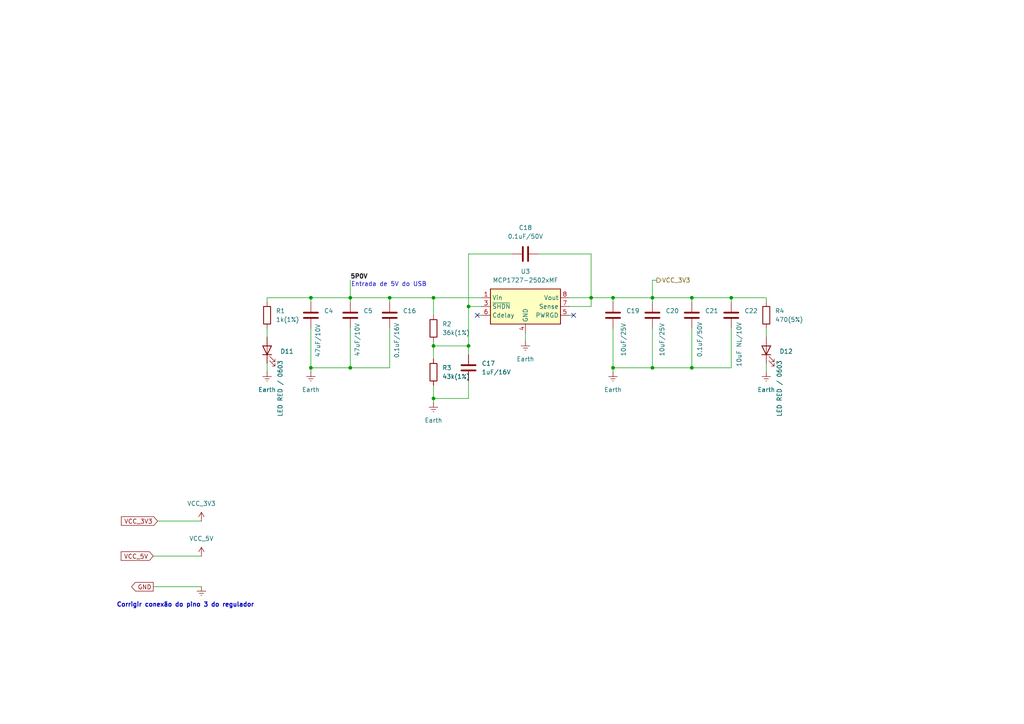
<source format=kicad_sch>
(kicad_sch (version 20231120) (generator "eeschema") (generator_version "8.0")
  (paper "A4")
  (title_block (title "ICARUS-2 OBDH") (date "2024-03-24") (rev "POC 2.0") (comment 2 "WILLIAN BUENO SANTOS") (comment 3 "ISRAEL RODRIGUES DUTRA") (comment 4 "ADRIANO CÉSAR DE SOUSA PEREIRA"))
  (lib_symbols
    (symbol "Device:C" (pin_numbers hide) (pin_names (offset 0.254))
      (property "Reference" "C" (at 0.635 2.54 0))
      (property "Value" "C" (at 0.635 -2.54 0))
      (symbol "C_0_1"
        (polyline (pts (xy -2.032 -0.762) (xy 2.032 -0.762)) (stroke (width 0.508)))
        (polyline (pts (xy -2.032 0.762) (xy 2.032 0.762)) (stroke (width 0.508)))
      )
      (symbol "C_1_1"
        (pin passive line (at 0 3.81 270) (length 2.794) (name "~") (number "1"))
        (pin passive line (at 0 -3.81 90) (length 2.794) (name "~") (number "2"))
      )
    )
    (symbol "Device:LED" (pin_numbers hide) (pin_names (offset 1.016) hide)
      (property "Reference" "D" (at 0 2.54 0))
      (property "Value" "LED" (at 0 -2.54 0))
      (symbol "LED_0_1"
        (polyline (pts (xy -1.27 -1.27) (xy -1.27 1.27)) (stroke (width 0.254)))
        (polyline (pts (xy -1.27 0) (xy 1.27 0)))
        (polyline (pts (xy 1.27 -1.27) (xy 1.27 1.27) (xy -1.27 0) (xy 1.27 -1.27)) (stroke (width 0.254)))
        (polyline (pts (xy -3.048 -0.762) (xy -4.572 -2.286) (xy -3.81 -2.286) (xy -4.572 -2.286) (xy -4.572 -1.524)))
        (polyline (pts (xy -1.778 -0.762) (xy -3.302 -2.286) (xy -2.54 -2.286) (xy -3.302 -2.286) (xy -3.302 -1.524)))
      )
      (symbol "LED_1_1"
        (pin passive line (at -3.81 0 0) (length 2.54) (name "K") (number "1"))
        (pin passive line (at 3.81 0 180) (length 2.54) (name "A") (number "2"))
      )
    )
    (symbol "Device:R" (pin_numbers hide) (pin_names (offset 0))
      (property "Reference" "R" (at 2.032 0 90))
      (property "Value" "R" (at 0 0 90))
      (symbol "R_0_1"
        (rectangle (start -1.016 -2.54) (end 1.016 2.54) (stroke (width 0.254)))
      )
      (symbol "R_1_1"
        (pin passive line (at 0 3.81 270) (length 1.27) (name "~") (number "1"))
        (pin passive line (at 0 -3.81 90) (length 1.27) (name "~") (number "2"))
      )
    )
    (symbol "Regulator_Linear:MCP1727-2502xMF"
      (property "Reference" "U" (at -7.62 8.89 0))
      (property "Value" "MCP1727-2502xMF" (at 11.43 8.89 0))
      (symbol "MCP1727-2502xMF_0_0"
        (pin open_collector line (at 12.7 -2.54 180) (length 2.54) (name "PWRGD") (number "5"))
        (pin input line (at -12.7 -2.54 0) (length 2.54) (name "Cdelay") (number "6"))
        (pin input line (at 12.7 0 180) (length 2.54) (name "Sense") (number "7"))
        (pin power_out line (at 12.7 2.54 180) (length 2.54) (name "Vout") (number "8"))
      )
      (symbol "MCP1727-2502xMF_0_1"
        (rectangle (start -10.16 5.08) (end 10.16 -5.08) (stroke (width 0.254)) (fill (type background)))
      )
      (symbol "MCP1727-2502xMF_1_1"
        (pin power_in line (at -12.7 2.54 0) (length 2.54) (name "Vin") (number "1"))
        (pin passive line (at -12.7 2.54 0) (length 2.54) hide (name "Vin") (number "2"))
        (pin input line (at -12.7 0 0) (length 2.54) (name "~{SHDN}") (number "3"))
        (pin power_in line (at 0 -7.62 90) (length 2.54) (name "GND") (number "4"))
        (pin passive line (at 0 -7.62 90) (length 2.54) hide (name "GND") (number "9"))
      )
    )
    (symbol "power:+3.3V" (power) (pin_numbers hide) (pin_names (offset 0) hide)
      (property "Value" "+3.3V" (at 0 3.556 0))
      (symbol "+3.3V_0_1"
        (polyline (pts (xy -0.762 1.27) (xy 0 2.54)))
        (polyline (pts (xy 0 0) (xy 0 2.54)))
        (polyline (pts (xy 0 2.54) (xy 0.762 1.27)))
      )
      (symbol "+3.3V_1_1"
        (pin power_in line (at 0 0 90) (length 0) (name "~") (number "1"))
      )
    )
    (symbol "power:Earth" (power) (pin_numbers hide) (pin_names (offset 0) hide)
      (property "Value" "Earth" (at 0 -3.81 0))
      (symbol "Earth_0_1"
        (polyline (pts (xy -0.635 -1.905) (xy 0.635 -1.905)))
        (polyline (pts (xy -0.127 -2.54) (xy 0.127 -2.54)))
        (polyline (pts (xy 0 -1.27) (xy 0 0)))
        (polyline (pts (xy 1.27 -1.27) (xy -1.27 -1.27)))
      )
      (symbol "Earth_1_1"
        (pin power_in line (at 0 0 270) (length 0) (name "~") (number "1"))
      )
    )
  )
  (junction (at 90.17 106.68))
  (junction (at 101.6 106.68))
  (junction (at 101.6 86.36))
  (junction (at 171.45 86.36))
  (junction (at 135.89 88.9))
  (junction (at 177.8 106.68))
  (junction (at 125.73 115.57))
  (junction (at 200.66 86.36))
  (junction (at 177.8 86.36))
  (junction (at 125.73 100.33))
  (junction (at 135.89 100.33))
  (junction (at 200.66 106.68))
  (junction (at 90.17 86.36))
  (junction (at 125.73 86.36))
  (junction (at 113.03 86.36))
  (junction (at 212.09 86.36))
  (junction (at 189.23 86.36))
  (junction (at 189.23 106.68))
  (no_connect (at 138.43 91.44))
  (no_connect (at 166.37 91.44))
  (wire (pts (xy 200.66 95.25) (xy 200.66 106.68)))
  (wire (pts (xy 171.45 86.36) (xy 165.1 86.36)))
  (wire (pts (xy 165.1 91.44) (xy 166.37 91.44)))
  (wire (pts (xy 125.73 86.36) (xy 125.73 91.44)))
  (wire (pts (xy 135.89 88.9) (xy 135.89 100.33)))
  (wire (pts (xy 177.8 86.36) (xy 189.23 86.36)))
  (wire (pts (xy 125.73 99.06) (xy 125.73 100.33)))
  (wire (pts (xy 45.72 151.13) (xy 58.42 151.13)))
  (wire (pts (xy 113.03 87.63) (xy 113.03 86.36)))
  (wire (pts (xy 171.45 86.36) (xy 177.8 86.36)))
  (wire (pts (xy 156.21 73.66) (xy 171.45 73.66)))
  (wire (pts (xy 90.17 86.36) (xy 90.17 87.63)))
  (wire (pts (xy 125.73 115.57) (xy 125.73 116.84)))
  (wire (pts (xy 200.66 86.36) (xy 212.09 86.36)))
  (wire (pts (xy 135.89 115.57) (xy 125.73 115.57)))
  (wire (pts (xy 177.8 95.25) (xy 177.8 106.68)))
  (wire (pts (xy 101.6 87.63) (xy 101.6 86.36)))
  (wire (pts (xy 212.09 106.68) (xy 200.66 106.68)))
  (wire (pts (xy 125.73 104.14) (xy 125.73 100.33)))
  (wire (pts (xy 101.6 95.25) (xy 101.6 106.68)))
  (wire (pts (xy 101.6 86.36) (xy 90.17 86.36)))
  (wire (pts (xy 139.7 86.36) (xy 125.73 86.36)))
  (wire (pts (xy 212.09 87.63) (xy 212.09 86.36)))
  (wire (pts (xy 77.47 95.25) (xy 77.47 97.79)))
  (wire (pts (xy 90.17 106.68) (xy 90.17 107.95)))
  (wire (pts (xy 135.89 73.66) (xy 135.89 88.9)))
  (wire (pts (xy 222.25 87.63) (xy 222.25 86.36)))
  (wire (pts (xy 222.25 86.36) (xy 212.09 86.36)))
  (wire (pts (xy 189.23 86.36) (xy 200.66 86.36)))
  (wire (pts (xy 90.17 95.25) (xy 90.17 106.68)))
  (wire (pts (xy 113.03 86.36) (xy 101.6 86.36)))
  (wire (pts (xy 125.73 100.33) (xy 135.89 100.33)))
  (wire (pts (xy 44.45 170.18) (xy 58.42 170.18)))
  (wire (pts (xy 113.03 106.68) (xy 101.6 106.68)))
  (wire (pts (xy 101.6 81.28) (xy 101.6 86.36)))
  (wire (pts (xy 44.45 161.29) (xy 58.42 161.29)))
  (wire (pts (xy 101.6 106.68) (xy 90.17 106.68)))
  (wire (pts (xy 177.8 106.68) (xy 177.8 107.95)))
  (wire (pts (xy 139.7 88.9) (xy 135.89 88.9)))
  (wire (pts (xy 138.43 91.44) (xy 139.7 91.44)))
  (wire (pts (xy 135.89 110.49) (xy 135.89 115.57)))
  (wire (pts (xy 189.23 106.68) (xy 177.8 106.68)))
  (wire (pts (xy 171.45 88.9) (xy 171.45 86.36)))
  (wire (pts (xy 148.59 73.66) (xy 135.89 73.66)))
  (wire (pts (xy 200.66 87.63) (xy 200.66 86.36)))
  (wire (pts (xy 200.66 106.68) (xy 189.23 106.68)))
  (wire (pts (xy 189.23 81.28) (xy 190.5 81.28)))
  (wire (pts (xy 77.47 105.41) (xy 77.47 107.95)))
  (wire (pts (xy 113.03 95.25) (xy 113.03 106.68)))
  (wire (pts (xy 135.89 100.33) (xy 135.89 102.87)))
  (wire (pts (xy 177.8 87.63) (xy 177.8 86.36)))
  (wire (pts (xy 222.25 95.25) (xy 222.25 97.79)))
  (wire (pts (xy 189.23 95.25) (xy 189.23 106.68)))
  (wire (pts (xy 125.73 111.76) (xy 125.73 115.57)))
  (wire (pts (xy 165.1 88.9) (xy 171.45 88.9)))
  (wire (pts (xy 77.47 86.36) (xy 90.17 86.36)))
  (wire (pts (xy 212.09 95.25) (xy 212.09 106.68)))
  (wire (pts (xy 171.45 73.66) (xy 171.45 86.36)))
  (wire (pts (xy 113.03 86.36) (xy 125.73 86.36)))
  (wire (pts (xy 189.23 81.28) (xy 189.23 86.36)))
  (wire (pts (xy 189.23 87.63) (xy 189.23 86.36)))
  (wire (pts (xy 152.4 96.52) (xy 152.4 99.06)))
  (wire (pts (xy 77.47 87.63) (xy 77.47 86.36)))
  (wire (pts (xy 222.25 105.41) (xy 222.25 107.95)))
  (text "Entrada de 5V do USB" (at 112.776 82.55 0) (effects (font (size 1.27 1.27))))
  (text "Corrigir conexão do pino 3 do regulador" (at 33.782 175.514 0) (effects (font (size 1.27 1.27) (thickness 0.254) (bold yes)) (justify left)))
  (label "5P0V" (at 101.6 81.28 0) (effects (font (bold yes))))
  (global_label "VCC_3V3" (shape input) (at 45.72 151.13 180) (property "Intersheetrefs" "${INTERSHEET_REFS}" (effects (hide yes))))
  (global_label "VCC_5V" (shape input) (at 44.45 161.29 180) (property "Intersheetrefs" "${INTERSHEET_REFS}" (effects (hide yes))))
  (global_label "GND" (shape output) (at 44.45 170.18 180) (property "Intersheetrefs" "${INTERSHEET_REFS}" (effects (hide yes))))
  (hierarchical_label "VCC_3V3" (shape output) (at 190.5 81.28 0))
  (symbol (lib_id "power:Earth") (at 222.25 107.95 0) (unit 1)
    (property "Reference" "#PWR063" (effects (hide yes)))
    (property "Value" "Earth" (at 222.25 113.03 0))
    (property "Description" "Power symbol creates a global label with name \"Earth\"" (effects (hide yes)))
  )
  (symbol (lib_id "Device:C") (at 177.8 91.44 0) (unit 1)
    (property "Reference" "C19" (at 181.61 90.1699 0) (effects (justify left)))
    (property "Value" "10uF/25V" (at 180.848 103.378 90) (effects (justify left)))
    (property "Footprint" "Capacitor_SMD:C_0805_2012Metric" (effects (hide yes)))
    (property "Description" "Unpolarized capacitor" (effects (hide yes)))
  )
  (symbol (lib_id "Device:LED") (at 77.47 101.6 90) (unit 1)
    (property "Reference" "D11" (at 81.28 101.9174 90) (effects (justify right)))
    (property "Value" "LED RED / 0603" (at 81.28 104.4574 0) (effects (justify right)))
    (property "Footprint" "LED_SMD:LED_0603_1608Metric" (effects (hide yes)))
    (property "Datasheet" "https://look.ams-osram.com/m/1a7835c3b65b6351/original/LS-Q976-01.pdf" (effects (hide yes)))
    (property "Description" "Light emitting diode" (effects (hide yes)))
  )
  (symbol (lib_id "Device:C") (at 101.6 91.44 0) (unit 1)
    (property "Reference" "C5" (at 105.41 90.1699 0) (effects (justify left)))
    (property "Value" "47uF/10V" (at 103.632 103.378 90) (effects (justify left)))
    (property "Footprint" "Capacitor_SMD:C_0805_2012Metric" (effects (hide yes)))
    (property "Description" "Unpolarized capacitor" (effects (hide yes)))
  )
  (symbol (lib_id "Device:C") (at 135.89 106.68 0) (unit 1)
    (property "Reference" "C17" (at 139.7 105.4099 0) (effects (justify left)))
    (property "Value" "1uF/16V" (at 139.7 107.9499 0) (effects (justify left)))
    (property "Footprint" "Capacitor_SMD:C_0603_1608Metric" (effects (hide yes)))
    (property "Description" "Unpolarized capacitor" (effects (hide yes)))
  )
  (symbol (lib_id "Device:C") (at 152.4 73.66 90) (unit 1)
    (property "Reference" "C18" (at 152.4 66.04 90))
    (property "Value" "0.1uF/50V" (at 152.4 68.58 90))
    (property "Footprint" "Capacitor_SMD:C_0603_1608Metric" (effects (hide yes)))
    (property "Description" "Unpolarized capacitor" (effects (hide yes)))
  )
  (symbol (lib_id "Device:R") (at 222.25 91.44 0) (unit 1)
    (property "Reference" "R4" (at 224.79 90.1699 0) (effects (justify left)))
    (property "Value" "470(5%)		" (at 224.79 92.7099 0) (effects (justify left)))
    (property "Footprint" "Resistor_SMD:R_0402_1005Metric" (effects (hide yes)))
    (property "Description" "Resistor" (effects (hide yes)))
    (property " " "5%" (effects (hide yes)))
  )
  (symbol (lib_id "power:Earth") (at 152.4 99.06 0) (unit 1)
    (property "Reference" "#PWR061" (effects (hide yes)))
    (property "Value" "Earth" (at 152.4 104.14 0))
    (property "Description" "Power symbol creates a global label with name \"Earth\"" (effects (hide yes)))
  )
  (symbol (lib_id "Regulator_Linear:MCP1727-2502xMF") (at 152.4 88.9 0) (unit 1)
    (property "Reference" "U3" (at 152.4 78.74 0))
    (property "Value" "MCP1727-2502xMF" (at 152.4 81.28 0))
    (property "Footprint" "Package_DFN_QFN:DFN-8-1EP_3x3mm_P0.65mm_EP1.55x2.4mm" (effects (hide yes)))
    (property "Datasheet" "https://ww1.microchip.com/downloads/aemtest/APID/ProductDocuments/DataSheets/MCP1727-1.5A-Low-Voltage-Low-Quiescent-Current-LDO-Regulator-20001999D.pdf" (effects (hide yes)))
    (property "Description" "1.5A, Low Voltage, Low Quiescent Current LDO Regulator, 2.3 - 6V Input, Fixed 2.5V Output, 330mV Dropout, DFN-8" (effects (hide yes)))
  )
  (symbol (lib_id "Device:LED") (at 222.25 101.6 90) (unit 1)
    (property "Reference" "D12" (at 226.06 101.9174 90) (effects (justify right)))
    (property "Value" "LED RED / 0603" (at 226.06 104.4574 0) (effects (justify right)))
    (property "Footprint" "LED_SMD:LED_0603_1608Metric" (effects (hide yes)))
    (property "Description" "Light emitting diode" (effects (hide yes)))
  )
  (symbol (lib_id "Device:C") (at 113.03 91.44 0) (unit 1)
    (property "Reference" "C16" (at 116.84 90.1699 0) (effects (justify left)))
    (property "Value" "0.1uF/16V" (at 115.062 103.886 90) (effects (justify left)))
    (property "Footprint" "Capacitor_SMD:C_0402_1005Metric" (effects (hide yes)))
    (property "Description" "Unpolarized capacitor" (effects (hide yes)))
  )
  (symbol (lib_id "Device:C") (at 200.66 91.44 0) (unit 1)
    (property "Reference" "C21" (at 204.47 90.1699 0) (effects (justify left)))
    (property "Value" "0.1uF/50V" (at 202.946 103.632 90) (effects (justify left)))
    (property "Footprint" "Capacitor_SMD:C_0603_1608Metric" (effects (hide yes)))
    (property "Description" "Unpolarized capacitor" (effects (hide yes)))
  )
  (symbol (lib_id "power:Earth") (at 125.73 116.84 0) (unit 1)
    (property "Reference" "#PWR060" (effects (hide yes)))
    (property "Value" "Earth" (at 125.73 121.92 0))
    (property "Description" "Power symbol creates a global label with name \"Earth\"" (effects (hide yes)))
  )
  (symbol (lib_id "Device:R") (at 125.73 95.25 0) (unit 1)
    (property "Reference" "R2" (at 128.27 93.9799 0) (effects (justify left)))
    (property "Value" "36k(1%)" (at 128.27 96.5199 0) (effects (justify left)))
    (property "Footprint" "Resistor_SMD:R_0603_1608Metric" (effects (hide yes)))
    (property "Description" "Resistor" (effects (hide yes)))
  )
  (symbol (lib_id "power:+3.3V") (at 58.42 161.29 0) (unit 1)
    (property "Reference" "#PWR056" (effects (hide yes)))
    (property "Value" "VCC_5V" (at 58.42 156.21 0))
    (property "Description" "Power symbol creates a global label with name \"+5V\"" (effects (hide yes)))
  )
  (symbol (lib_id "Device:R") (at 77.47 91.44 0) (unit 1)
    (property "Reference" "R1" (at 80.01 90.1699 0) (effects (justify left)))
    (property "Value" "1k(1%)" (at 80.01 92.7099 0) (effects (justify left)))
    (property "Footprint" "Resistor_SMD:R_0402_1005Metric" (effects (hide yes)))
    (property "Description" "Resistor" (effects (hide yes)))
  )
  (symbol (lib_id "Device:C") (at 189.23 91.44 0) (unit 1)
    (property "Reference" "C20" (at 193.04 90.1699 0) (effects (justify left)))
    (property "Value" "10uF/25V" (at 192.024 103.378 90) (effects (justify left)))
    (property "Footprint" "Capacitor_SMD:C_0805_2012Metric" (effects (hide yes)))
    (property "Description" "Unpolarized capacitor" (effects (hide yes)))
  )
  (symbol (lib_id "power:Earth") (at 77.47 107.95 0) (unit 1)
    (property "Reference" "#PWR058" (effects (hide yes)))
    (property "Value" "Earth" (at 77.47 113.03 0))
    (property "Description" "Power symbol creates a global label with name \"Earth\"" (effects (hide yes)))
  )
  (symbol (lib_id "power:Earth") (at 90.17 107.95 0) (unit 1)
    (property "Reference" "#PWR059" (effects (hide yes)))
    (property "Value" "Earth" (at 90.17 113.03 0))
    (property "Description" "Power symbol creates a global label with name \"Earth\"" (effects (hide yes)))
  )
  (symbol (lib_id "Device:R") (at 125.73 107.95 0) (unit 1)
    (property "Reference" "R3" (at 128.27 106.6799 0) (effects (justify left)))
    (property "Value" "43k(1%)" (at 128.27 109.2199 0) (effects (justify left)))
    (property "Footprint" "Resistor_SMD:R_0603_1608Metric" (effects (hide yes)))
    (property "Description" "Resistor" (effects (hide yes)))
  )
  (symbol (lib_id "power:+3.3V") (at 58.42 151.13 0) (unit 1)
    (property "Reference" "#PWR055" (effects (hide yes)))
    (property "Value" "VCC_3V3" (at 58.42 146.05 0))
    (property "Description" "Power symbol creates a global label with name \"+3.3V\"" (effects (hide yes)))
  )
  (symbol (lib_id "power:Earth") (at 58.42 170.18 0) (unit 1)
    (property "Reference" "#PWR057" (effects (hide yes)))
    (property "Value" "Earth" (effects (hide yes)))
  )
  (symbol (lib_id "Device:C") (at 90.17 91.44 0) (unit 1)
    (property "Reference" "C4" (at 93.98 90.1699 0) (effects (justify left)))
    (property "Value" "47uF/10V" (at 92.202 103.632 90) (effects (justify left)))
    (property "Footprint" "Capacitor_SMD:C_0805_2012Metric" (effects (hide yes)))
    (property "Description" "Unpolarized capacitor" (effects (hide yes)))
  )
  (symbol (lib_id "Device:C") (at 212.09 91.44 0) (unit 1)
    (property "Reference" "C22" (at 215.9 90.1699 0) (effects (justify left)))
    (property "Value" "10uF NL/10V" (at 214.376 106.426 90) (effects (justify left)))
    (property "Footprint" "Capacitor_SMD:C_0805_2012Metric" (effects (hide yes)))
    (property "Description" "Unpolarized capacitor" (effects (hide yes)))
  )
  (symbol (lib_id "power:Earth") (at 177.8 107.95 0) (unit 1)
    (property "Reference" "#PWR062" (effects (hide yes)))
    (property "Value" "Earth" (at 177.8 113.03 0))
    (property "Description" "Power symbol creates a global label with name \"Earth\"" (effects (hide yes)))
  )
)
</source>
